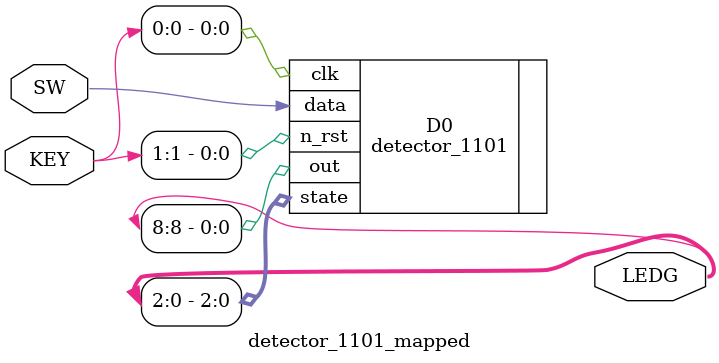
<source format=sv>

module detector_1101_mapped
(
    input logic [1:0]KEY,
    input logic [0:0]SW,
    output logic [8:0]LEDG
);

detector_1101 D0 (.clk(KEY[0]), .n_rst(KEY[1]), .data(SW[0]), .out(LEDG[8]), .state(LEDG[2:0]));

endmodule
</source>
